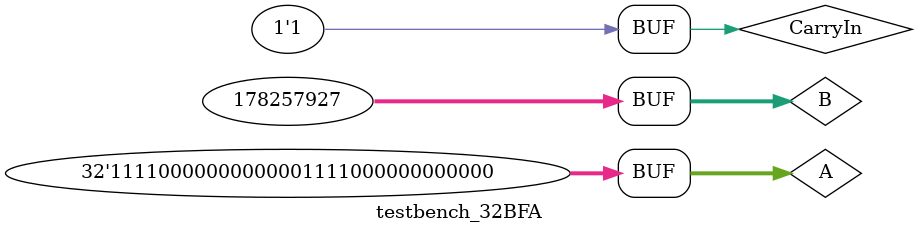
<source format=v>
module DECODER(out, x, y, z);
  input x, y, z;
  output  [0:7]out;
  wire  x0, y0, z0;
  
  not g1(x0, x);
  not g2(y0, y);
  not g3(z0, z);
  
  and g4(out[0], x0, y0, z0);
  and g5(out[1], x0, y0, z);
  and g6(out[2], x0, y, z0);
  and g7(out[3], x0, y, z);
  and g8(out[4], x, y0, z0);
  and g9(out[5], x, y0, z);
  and g10(out[6], x, y, z0);
  and g11(out[7], x, y, z);
endmodule

module FADDER(sum, carry, x, y, z);
  input x, y, z;
  output  sum, carry;
  wire  [0:7]d;
  
  DECODER dec(d, x, y, z);
  assign  sum = d[1] | d[2] | d[4] | d[7],
          carry = d[3] | d[5] | d[6] | d[7];
endmodule 

module FADDER8(sum, carry, A, B, CarryIn);
  input [7:0] A, B;
  input CarryIn;
  output  [7:0]sum;
  output  carry;
  wire  c1, c2, c3, c4, c5, c6, c7;
  
  FADDER  mod1(sum[0], c1, A[0], B[0], CarryIn);
  FADDER  mod2(sum[1], c2, A[1], B[1], c1);
  FADDER  mod3(sum[2], c3, A[2], B[2], c2);
  FADDER  mod4(sum[3], c4, A[3], B[3], c3);
  FADDER  mod5(sum[4], c5, A[4], B[4], c4);
  FADDER  mod6(sum[5], c6, A[5], B[5], c5);
  FADDER  mod7(sum[6], c7, A[6], B[6], c6);
  FADDER  mod8(sum[7], carry, A[7], B[7], c7);
endmodule  

module FADDER32(sum, carry, A, B, CarryIn);
  input [31:0] A, B;
  input CarryIn;
  output  [31:0]sum;
  output  carry;
  wire  c1, c2, c3;
  
  FADDER8  mod1(sum[7:0], c1, A[7:0], B[7:0], CarryIn);
  FADDER8  mod2(sum[15:8], c2, A[15:8], B[15:8], c1);
  FADDER8  mod3(sum[23:16], c3, A[23:16], B[23:16], c2);
  FADDER8  mod4(sum[31:24], carry, A[31:24], B[31:24], c3);
endmodule 

module testbench_32BFA;
  reg [31:0] A, B;
  reg CarryIn;
  wire  [31:0]Sum;
  wire  Carry;
  integer i, j;
  FADDER32 mod(Sum, Carry, A, B, CarryIn);
  initial
    begin
      $monitor($time," A = %b, B = %b, Carry In = %b, Carry = %b, Sum = %b.", A, B, CarryIn, Carry, Sum);
      #0 A=32'b11110000000000000000000000000000; B=32'b00000000000000000000000000000111; CarryIn=1'b0;
      #5 A=32'b11111111111111111111111111111111; B=32'b11111111111111111111111111111111; CarryIn=1'b0;
      #5 A=32'b11110000000000001111000000000000; B=32'b00001010101000000000000000000111; CarryIn=1'b1;
    end
endmodule

</source>
